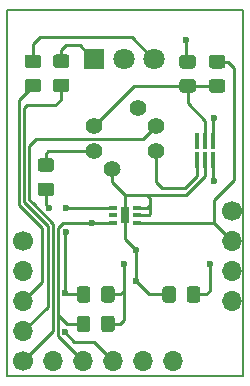
<source format=gbr>
%TF.GenerationSoftware,KiCad,Pcbnew,(5.1.7)-1*%
%TF.CreationDate,2021-03-22T16:24:13+01:00*%
%TF.ProjectId,PIR-Addon,5049522d-4164-4646-9f6e-2e6b69636164,rev?*%
%TF.SameCoordinates,Original*%
%TF.FileFunction,Copper,L1,Top*%
%TF.FilePolarity,Positive*%
%FSLAX46Y46*%
G04 Gerber Fmt 4.6, Leading zero omitted, Abs format (unit mm)*
G04 Created by KiCad (PCBNEW (5.1.7)-1) date 2021-03-22 16:24:13*
%MOMM*%
%LPD*%
G01*
G04 APERTURE LIST*
%TA.AperFunction,Profile*%
%ADD10C,0.150000*%
%TD*%
%TA.AperFunction,ComponentPad*%
%ADD11C,1.400000*%
%TD*%
%TA.AperFunction,ComponentPad*%
%ADD12O,1.700000X1.700000*%
%TD*%
%TA.AperFunction,ComponentPad*%
%ADD13C,1.700000*%
%TD*%
%TA.AperFunction,SMDPad,CuDef*%
%ADD14R,0.750000X0.300000*%
%TD*%
%TA.AperFunction,SMDPad,CuDef*%
%ADD15R,0.750000X1.450000*%
%TD*%
%TA.AperFunction,ComponentPad*%
%ADD16R,1.800000X1.800000*%
%TD*%
%TA.AperFunction,ComponentPad*%
%ADD17C,1.800000*%
%TD*%
%TA.AperFunction,SMDPad,CuDef*%
%ADD18R,0.355600X1.473200*%
%TD*%
%TA.AperFunction,ViaPad*%
%ADD19C,0.600000*%
%TD*%
%TA.AperFunction,Conductor*%
%ADD20C,0.250000*%
%TD*%
G04 APERTURE END LIST*
D10*
X195000000Y-94000000D02*
X215000000Y-94000000D01*
X195000000Y-125000000D02*
X195000000Y-94000000D01*
X215000000Y-94000000D02*
X215000000Y-125000000D01*
X215000000Y-125000000D02*
X195000000Y-125000000D01*
D11*
%TO.P,A1,1*%
%TO.N,/SENS*%
X202400000Y-103800000D03*
%TO.P,A1,2*%
%TO.N,Net-(A1-Pad2)*%
X202400000Y-106000000D03*
%TO.P,A1,3*%
%TO.N,GND*%
X203900000Y-107500000D03*
%TO.P,A1,4*%
%TO.N,VCC*%
X207600000Y-106000000D03*
%TO.P,A1,5*%
%TO.N,/A2*%
X207600000Y-103800000D03*
%TO.P,A1,6*%
%TO.N,GND*%
X206100000Y-102300000D03*
%TD*%
D12*
%TO.P,P6,4*%
%TO.N,/D7*%
X214078500Y-118681500D03*
%TO.P,P6,3*%
%TO.N,/B1*%
X214078500Y-116141500D03*
%TO.P,P6,2*%
%TO.N,VCC*%
X214078500Y-113601500D03*
D13*
%TO.P,P6,1*%
%TO.N,GND*%
X214078500Y-111061500D03*
%TD*%
D12*
%TO.P,P2,6*%
%TO.N,/D6*%
X209078000Y-123738500D03*
%TO.P,P2,5*%
%TO.N,/D3*%
X206538000Y-123738500D03*
%TO.P,P2,4*%
%TO.N,/A5*%
X203998000Y-123738500D03*
%TO.P,P2,3*%
%TO.N,/A4*%
X201458000Y-123738500D03*
%TO.P,P2,2*%
%TO.N,/A3*%
X198918000Y-123738500D03*
D13*
%TO.P,P2,1*%
%TO.N,/A2*%
X196378000Y-123738500D03*
%TD*%
D12*
%TO.P,P1,4*%
%TO.N,/A1*%
X196358500Y-121221500D03*
%TO.P,P1,3*%
%TO.N,/A0*%
X196358500Y-118681500D03*
%TO.P,P1,2*%
%TO.N,GND*%
X196358500Y-116141500D03*
D13*
%TO.P,P1,1*%
%TO.N,/Vin*%
X196358500Y-113601500D03*
%TD*%
%TO.P,R4,2*%
%TO.N,VCC*%
%TA.AperFunction,SMDPad,CuDef*%
G36*
G01*
X213250001Y-98975000D02*
X212349999Y-98975000D01*
G75*
G02*
X212100000Y-98725001I0J249999D01*
G01*
X212100000Y-98074999D01*
G75*
G02*
X212349999Y-97825000I249999J0D01*
G01*
X213250001Y-97825000D01*
G75*
G02*
X213500000Y-98074999I0J-249999D01*
G01*
X213500000Y-98725001D01*
G75*
G02*
X213250001Y-98975000I-249999J0D01*
G01*
G37*
%TD.AperFunction*%
%TO.P,R4,1*%
%TO.N,/SENS*%
%TA.AperFunction,SMDPad,CuDef*%
G36*
G01*
X213250001Y-101025000D02*
X212349999Y-101025000D01*
G75*
G02*
X212100000Y-100775001I0J249999D01*
G01*
X212100000Y-100124999D01*
G75*
G02*
X212349999Y-99875000I249999J0D01*
G01*
X213250001Y-99875000D01*
G75*
G02*
X213500000Y-100124999I0J-249999D01*
G01*
X213500000Y-100775001D01*
G75*
G02*
X213250001Y-101025000I-249999J0D01*
G01*
G37*
%TD.AperFunction*%
%TD*%
%TO.P,R3,1*%
%TO.N,/A0*%
%TA.AperFunction,SMDPad,CuDef*%
G36*
G01*
X197650001Y-101000000D02*
X196749999Y-101000000D01*
G75*
G02*
X196500000Y-100750001I0J249999D01*
G01*
X196500000Y-100099999D01*
G75*
G02*
X196749999Y-99850000I249999J0D01*
G01*
X197650001Y-99850000D01*
G75*
G02*
X197900000Y-100099999I0J-249999D01*
G01*
X197900000Y-100750001D01*
G75*
G02*
X197650001Y-101000000I-249999J0D01*
G01*
G37*
%TD.AperFunction*%
%TO.P,R3,2*%
%TO.N,Net-(D1-Pad3)*%
%TA.AperFunction,SMDPad,CuDef*%
G36*
G01*
X197650001Y-98950000D02*
X196749999Y-98950000D01*
G75*
G02*
X196500000Y-98700001I0J249999D01*
G01*
X196500000Y-98049999D01*
G75*
G02*
X196749999Y-97800000I249999J0D01*
G01*
X197650001Y-97800000D01*
G75*
G02*
X197900000Y-98049999I0J-249999D01*
G01*
X197900000Y-98700001D01*
G75*
G02*
X197650001Y-98950000I-249999J0D01*
G01*
G37*
%TD.AperFunction*%
%TD*%
%TO.P,R5,1*%
%TO.N,GND*%
%TA.AperFunction,SMDPad,CuDef*%
G36*
G01*
X209849999Y-97825000D02*
X210750001Y-97825000D01*
G75*
G02*
X211000000Y-98074999I0J-249999D01*
G01*
X211000000Y-98725001D01*
G75*
G02*
X210750001Y-98975000I-249999J0D01*
G01*
X209849999Y-98975000D01*
G75*
G02*
X209600000Y-98725001I0J249999D01*
G01*
X209600000Y-98074999D01*
G75*
G02*
X209849999Y-97825000I249999J0D01*
G01*
G37*
%TD.AperFunction*%
%TO.P,R5,2*%
%TO.N,/SENS*%
%TA.AperFunction,SMDPad,CuDef*%
G36*
G01*
X209849999Y-99875000D02*
X210750001Y-99875000D01*
G75*
G02*
X211000000Y-100124999I0J-249999D01*
G01*
X211000000Y-100775001D01*
G75*
G02*
X210750001Y-101025000I-249999J0D01*
G01*
X209849999Y-101025000D01*
G75*
G02*
X209600000Y-100775001I0J249999D01*
G01*
X209600000Y-100124999D01*
G75*
G02*
X209849999Y-99875000I249999J0D01*
G01*
G37*
%TD.AperFunction*%
%TD*%
%TO.P,R2,2*%
%TO.N,Net-(D1-Pad1)*%
%TA.AperFunction,SMDPad,CuDef*%
G36*
G01*
X200050001Y-98925000D02*
X199149999Y-98925000D01*
G75*
G02*
X198900000Y-98675001I0J249999D01*
G01*
X198900000Y-98024999D01*
G75*
G02*
X199149999Y-97775000I249999J0D01*
G01*
X200050001Y-97775000D01*
G75*
G02*
X200300000Y-98024999I0J-249999D01*
G01*
X200300000Y-98675001D01*
G75*
G02*
X200050001Y-98925000I-249999J0D01*
G01*
G37*
%TD.AperFunction*%
%TO.P,R2,1*%
%TO.N,/A1*%
%TA.AperFunction,SMDPad,CuDef*%
G36*
G01*
X200050001Y-100975000D02*
X199149999Y-100975000D01*
G75*
G02*
X198900000Y-100725001I0J249999D01*
G01*
X198900000Y-100074999D01*
G75*
G02*
X199149999Y-99825000I249999J0D01*
G01*
X200050001Y-99825000D01*
G75*
G02*
X200300000Y-100074999I0J-249999D01*
G01*
X200300000Y-100725001D01*
G75*
G02*
X200050001Y-100975000I-249999J0D01*
G01*
G37*
%TD.AperFunction*%
%TD*%
%TO.P,R6,2*%
%TO.N,/A5*%
%TA.AperFunction,SMDPad,CuDef*%
G36*
G01*
X202075000Y-117649999D02*
X202075000Y-118550001D01*
G75*
G02*
X201825001Y-118800000I-249999J0D01*
G01*
X201174999Y-118800000D01*
G75*
G02*
X200925000Y-118550001I0J249999D01*
G01*
X200925000Y-117649999D01*
G75*
G02*
X201174999Y-117400000I249999J0D01*
G01*
X201825001Y-117400000D01*
G75*
G02*
X202075000Y-117649999I0J-249999D01*
G01*
G37*
%TD.AperFunction*%
%TO.P,R6,1*%
%TO.N,VCC*%
%TA.AperFunction,SMDPad,CuDef*%
G36*
G01*
X204125000Y-117649999D02*
X204125000Y-118550001D01*
G75*
G02*
X203875001Y-118800000I-249999J0D01*
G01*
X203224999Y-118800000D01*
G75*
G02*
X202975000Y-118550001I0J249999D01*
G01*
X202975000Y-117649999D01*
G75*
G02*
X203224999Y-117400000I249999J0D01*
G01*
X203875001Y-117400000D01*
G75*
G02*
X204125000Y-117649999I0J-249999D01*
G01*
G37*
%TD.AperFunction*%
%TD*%
%TO.P,R7,1*%
%TO.N,VCC*%
%TA.AperFunction,SMDPad,CuDef*%
G36*
G01*
X204125000Y-120149999D02*
X204125000Y-121050001D01*
G75*
G02*
X203875001Y-121300000I-249999J0D01*
G01*
X203224999Y-121300000D01*
G75*
G02*
X202975000Y-121050001I0J249999D01*
G01*
X202975000Y-120149999D01*
G75*
G02*
X203224999Y-119900000I249999J0D01*
G01*
X203875001Y-119900000D01*
G75*
G02*
X204125000Y-120149999I0J-249999D01*
G01*
G37*
%TD.AperFunction*%
%TO.P,R7,2*%
%TO.N,/A4*%
%TA.AperFunction,SMDPad,CuDef*%
G36*
G01*
X202075000Y-120149999D02*
X202075000Y-121050001D01*
G75*
G02*
X201825001Y-121300000I-249999J0D01*
G01*
X201174999Y-121300000D01*
G75*
G02*
X200925000Y-121050001I0J249999D01*
G01*
X200925000Y-120149999D01*
G75*
G02*
X201174999Y-119900000I249999J0D01*
G01*
X201825001Y-119900000D01*
G75*
G02*
X202075000Y-120149999I0J-249999D01*
G01*
G37*
%TD.AperFunction*%
%TD*%
%TO.P,R8,1*%
%TO.N,Net-(A1-Pad2)*%
%TA.AperFunction,SMDPad,CuDef*%
G36*
G01*
X197849999Y-106575000D02*
X198750001Y-106575000D01*
G75*
G02*
X199000000Y-106824999I0J-249999D01*
G01*
X199000000Y-107475001D01*
G75*
G02*
X198750001Y-107725000I-249999J0D01*
G01*
X197849999Y-107725000D01*
G75*
G02*
X197600000Y-107475001I0J249999D01*
G01*
X197600000Y-106824999D01*
G75*
G02*
X197849999Y-106575000I249999J0D01*
G01*
G37*
%TD.AperFunction*%
%TO.P,R8,2*%
%TO.N,VCC*%
%TA.AperFunction,SMDPad,CuDef*%
G36*
G01*
X197849999Y-108625000D02*
X198750001Y-108625000D01*
G75*
G02*
X199000000Y-108874999I0J-249999D01*
G01*
X199000000Y-109525001D01*
G75*
G02*
X198750001Y-109775000I-249999J0D01*
G01*
X197849999Y-109775000D01*
G75*
G02*
X197600000Y-109525001I0J249999D01*
G01*
X197600000Y-108874999D01*
G75*
G02*
X197849999Y-108625000I249999J0D01*
G01*
G37*
%TD.AperFunction*%
%TD*%
D14*
%TO.P,IC1,1*%
%TO.N,VCC*%
X206000000Y-112050000D03*
%TO.P,IC1,2*%
%TO.N,GND*%
X206000000Y-111400000D03*
%TO.P,IC1,3*%
X206000000Y-110750000D03*
%TO.P,IC1,4*%
%TO.N,/A5*%
X204000000Y-110750000D03*
%TO.P,IC1,5*%
%TO.N,Net-(IC1-Pad5)*%
X204000000Y-111400000D03*
%TO.P,IC1,6*%
%TO.N,/A4*%
X204000000Y-112050000D03*
D15*
%TO.P,IC1,7*%
%TO.N,GND*%
X205000000Y-111400000D03*
%TD*%
D16*
%TO.P,D1,1*%
%TO.N,Net-(D1-Pad1)*%
X202400000Y-98200000D03*
D17*
%TO.P,D1,2*%
%TO.N,GND*%
X204940000Y-98200000D03*
%TO.P,D1,3*%
%TO.N,Net-(D1-Pad3)*%
X207480000Y-98200000D03*
%TD*%
%TO.P,C1,1*%
%TO.N,VCC*%
%TA.AperFunction,SMDPad,CuDef*%
G36*
G01*
X211375000Y-117649999D02*
X211375000Y-118550001D01*
G75*
G02*
X211125001Y-118800000I-249999J0D01*
G01*
X210474999Y-118800000D01*
G75*
G02*
X210225000Y-118550001I0J249999D01*
G01*
X210225000Y-117649999D01*
G75*
G02*
X210474999Y-117400000I249999J0D01*
G01*
X211125001Y-117400000D01*
G75*
G02*
X211375000Y-117649999I0J-249999D01*
G01*
G37*
%TD.AperFunction*%
%TO.P,C1,2*%
%TO.N,GND*%
%TA.AperFunction,SMDPad,CuDef*%
G36*
G01*
X209325000Y-117649999D02*
X209325000Y-118550001D01*
G75*
G02*
X209075001Y-118800000I-249999J0D01*
G01*
X208424999Y-118800000D01*
G75*
G02*
X208175000Y-118550001I0J249999D01*
G01*
X208175000Y-117649999D01*
G75*
G02*
X208424999Y-117400000I249999J0D01*
G01*
X209075001Y-117400000D01*
G75*
G02*
X209325000Y-117649999I0J-249999D01*
G01*
G37*
%TD.AperFunction*%
%TD*%
D18*
%TO.P,IC2,1*%
%TO.N,VCC*%
X211139600Y-106712800D03*
%TO.P,IC2,2*%
%TO.N,GND*%
X211800000Y-106712800D03*
%TO.P,IC2,3*%
%TO.N,/A5*%
X212460400Y-106712800D03*
%TO.P,IC2,4*%
%TO.N,/A4*%
X212460400Y-105087200D03*
%TO.P,IC2,5*%
%TO.N,/SENS*%
X211800000Y-105087200D03*
%TO.P,IC2,6*%
%TO.N,Net-(IC2-Pad6)*%
X211139600Y-105087200D03*
%TD*%
D19*
%TO.N,/A4*%
X212500000Y-103200000D03*
%TO.N,/A5*%
X212500000Y-108500000D03*
%TO.N,VCC*%
X198600000Y-110800000D03*
%TO.N,/A5*%
X200000000Y-112800000D03*
X199900000Y-121300000D03*
X199900000Y-118000000D03*
%TO.N,VCC*%
X204900000Y-115500000D03*
X212200000Y-115500000D03*
%TO.N,GND*%
X210200000Y-96600000D03*
X205900000Y-114300000D03*
X205900000Y-117000000D03*
%TO.N,/A4*%
X202250000Y-112050000D03*
%TO.N,/A5*%
X200000000Y-110800000D03*
%TD*%
D20*
%TO.N,VCC*%
X214078500Y-113601500D02*
X212500000Y-112023000D01*
X213700000Y-98400000D02*
X212900000Y-98400000D01*
X214200000Y-98900000D02*
X213700000Y-98400000D01*
X214200000Y-108400000D02*
X212500000Y-110100000D01*
X212500000Y-112023000D02*
X212500000Y-110100000D01*
X214200000Y-106400000D02*
X214200000Y-108400000D01*
X214200000Y-105600000D02*
X214200000Y-106400000D01*
X214200000Y-98900000D02*
X214200000Y-105600000D01*
X203550000Y-120600000D02*
X204600000Y-120600000D01*
X203550000Y-118100000D02*
X204600000Y-118100000D01*
X204600000Y-120600000D02*
X204900000Y-120300000D01*
X204900000Y-120300000D02*
X204900000Y-118400000D01*
X204900000Y-117800000D02*
X204600000Y-118100000D01*
X204900000Y-117700000D02*
X204900000Y-117800000D01*
X204900000Y-118400000D02*
X204900000Y-117700000D01*
X204900000Y-117700000D02*
X204900000Y-115500000D01*
X198300000Y-110500000D02*
X198600000Y-110800000D01*
X198300000Y-109200000D02*
X198300000Y-110500000D01*
X207600000Y-108600000D02*
X207600000Y-106000000D01*
X208100000Y-109100000D02*
X207600000Y-108600000D01*
X210100000Y-109100000D02*
X209600000Y-109100000D01*
X211139600Y-108060400D02*
X210100000Y-109100000D01*
X211139600Y-106712800D02*
X211139600Y-108060400D01*
X209600000Y-109100000D02*
X208100000Y-109100000D01*
X212473000Y-112050000D02*
X212500000Y-112023000D01*
X206000000Y-112050000D02*
X212473000Y-112050000D01*
X210800000Y-118100000D02*
X211900000Y-118100000D01*
X212200000Y-117800000D02*
X211900000Y-118100000D01*
X212200000Y-115500000D02*
X212200000Y-117800000D01*
%TO.N,GND*%
X210000000Y-98400000D02*
X210300000Y-98400000D01*
X210200000Y-98300000D02*
X210300000Y-98400000D01*
X210200000Y-96600000D02*
X210200000Y-98300000D01*
X207000000Y-111400000D02*
X207100000Y-111300000D01*
X206000000Y-111400000D02*
X207000000Y-111400000D01*
X206850000Y-110750000D02*
X207100000Y-110500000D01*
X206000000Y-110750000D02*
X206850000Y-110750000D01*
X207100000Y-110500000D02*
X207100000Y-111300000D01*
X207100000Y-110100000D02*
X207100000Y-110500000D01*
X204500000Y-107500000D02*
X203900000Y-107500000D01*
X203900000Y-108600000D02*
X203900000Y-107500000D01*
X205000000Y-109700000D02*
X203900000Y-108600000D01*
X205000000Y-111400000D02*
X205000000Y-109700000D01*
X207100000Y-109900000D02*
X207100000Y-110100000D01*
X206900000Y-109700000D02*
X207100000Y-109900000D01*
X211800000Y-106712800D02*
X211800000Y-108100000D01*
X210200000Y-109700000D02*
X211800000Y-108100000D01*
X206700000Y-109700000D02*
X210200000Y-109700000D01*
X205000000Y-109700000D02*
X206700000Y-109700000D01*
X206700000Y-109700000D02*
X206900000Y-109700000D01*
X205000000Y-113400000D02*
X205000000Y-111400000D01*
X205900000Y-114300000D02*
X205000000Y-113400000D01*
X205900000Y-117000000D02*
X205900000Y-114300000D01*
X207000000Y-118100000D02*
X205900000Y-117000000D01*
X208750000Y-118100000D02*
X207000000Y-118100000D01*
%TO.N,/A0*%
X196358500Y-118681500D02*
X198000000Y-117040000D01*
X196000000Y-101625000D02*
X197200000Y-100425000D01*
X196000000Y-110500000D02*
X196000000Y-101625000D01*
X198000000Y-112500000D02*
X197350000Y-111850000D01*
X198000000Y-117040000D02*
X198000000Y-112500000D01*
X197350000Y-111850000D02*
X196000000Y-110500000D01*
X197900000Y-112400000D02*
X197350000Y-111850000D01*
%TO.N,/A1*%
X199100000Y-102100000D02*
X199600000Y-101600000D01*
X196450010Y-102349990D02*
X196700000Y-102100000D01*
X199600000Y-101600000D02*
X199600000Y-100400000D01*
X196450010Y-110313600D02*
X196450010Y-102349990D01*
X198450009Y-112313599D02*
X196450010Y-110313600D01*
X198450009Y-119129991D02*
X198450009Y-112313599D01*
X196700000Y-102100000D02*
X199100000Y-102100000D01*
X196358500Y-121221500D02*
X198450009Y-119129991D01*
%TO.N,/A2*%
X207000000Y-103800000D02*
X207600000Y-103800000D01*
X198908250Y-121208250D02*
X196378000Y-123738500D01*
X198908250Y-112118966D02*
X198908250Y-121208250D01*
X197172820Y-110400000D02*
X197189284Y-110400000D01*
X196900020Y-110127200D02*
X197172820Y-110400000D01*
X197189284Y-110400000D02*
X198908250Y-112118966D01*
X196900020Y-105499980D02*
X196900020Y-110127200D01*
X197500000Y-104900000D02*
X196900020Y-105499980D01*
X207600000Y-103800000D02*
X206500000Y-104900000D01*
X206500000Y-104900000D02*
X197500000Y-104900000D01*
%TO.N,/A4*%
X200900000Y-123180500D02*
X201458000Y-123738500D01*
X199750000Y-112050000D02*
X199850000Y-112050000D01*
X199358260Y-112441740D02*
X199750000Y-112050000D01*
X201458000Y-123738500D02*
X199358260Y-121638760D01*
X199358260Y-118058260D02*
X199358260Y-112441740D01*
X199358260Y-118158260D02*
X199358260Y-118058260D01*
X199358260Y-119541740D02*
X199358260Y-118058260D01*
X200100000Y-120600000D02*
X199358260Y-119858260D01*
X201500000Y-120600000D02*
X200100000Y-120600000D01*
X199358260Y-119858260D02*
X199358260Y-119541740D01*
X199358260Y-121638760D02*
X199358260Y-119858260D01*
X199850000Y-112050000D02*
X202250000Y-112050000D01*
X202250000Y-112050000D02*
X204000000Y-112050000D01*
X212460400Y-103239600D02*
X212500000Y-103200000D01*
X212460400Y-105087200D02*
X212460400Y-103239600D01*
%TO.N,/A5*%
X203800000Y-123540500D02*
X203998000Y-123738500D01*
X200000000Y-118100000D02*
X199900000Y-118000000D01*
X201500000Y-118100000D02*
X200000000Y-118100000D01*
X203998000Y-123738500D02*
X202359500Y-122100000D01*
X200700000Y-122100000D02*
X199900000Y-121300000D01*
X202359500Y-122100000D02*
X200700000Y-122100000D01*
X199900000Y-118000000D02*
X199900000Y-113500000D01*
X203950000Y-110800000D02*
X204000000Y-110750000D01*
X199900000Y-112900000D02*
X200000000Y-112800000D01*
X199900000Y-113500000D02*
X199900000Y-112900000D01*
X200050000Y-110750000D02*
X200000000Y-110800000D01*
X204000000Y-110750000D02*
X200050000Y-110750000D01*
X212460400Y-108460400D02*
X212500000Y-108500000D01*
X212460400Y-106712800D02*
X212460400Y-108460400D01*
%TO.N,/D7*%
X213658500Y-118910100D02*
X213658500Y-118681500D01*
%TO.N,Net-(A1-Pad2)*%
X198300000Y-107150000D02*
X198300000Y-106200000D01*
X198500000Y-106000000D02*
X202400000Y-106000000D01*
X198300000Y-106200000D02*
X198500000Y-106000000D01*
%TO.N,/SENS*%
X210300000Y-100450000D02*
X212900000Y-100450000D01*
%TO.N,Net-(D1-Pad1)*%
X199600000Y-98350000D02*
X199600000Y-97400000D01*
X199600000Y-97400000D02*
X200000000Y-97000000D01*
X200000000Y-97000000D02*
X201200000Y-97000000D01*
X202249990Y-98049990D02*
X202400000Y-98049990D01*
X201200000Y-97000000D02*
X202249990Y-98049990D01*
%TO.N,Net-(D1-Pad3)*%
X197200000Y-98375000D02*
X197200000Y-96900000D01*
X197200000Y-96900000D02*
X197800000Y-96300000D01*
X207329990Y-98049990D02*
X207480000Y-98049990D01*
X205580000Y-96300000D02*
X207329990Y-98049990D01*
X197800000Y-96300000D02*
X205580000Y-96300000D01*
%TO.N,/SENS*%
X211800000Y-105087200D02*
X211800000Y-103400000D01*
X210300000Y-101900000D02*
X210300000Y-100450000D01*
X211800000Y-103400000D02*
X210300000Y-101900000D01*
X205750000Y-100450000D02*
X202400000Y-103800000D01*
X210300000Y-100450000D02*
X205750000Y-100450000D01*
%TD*%
M02*

</source>
